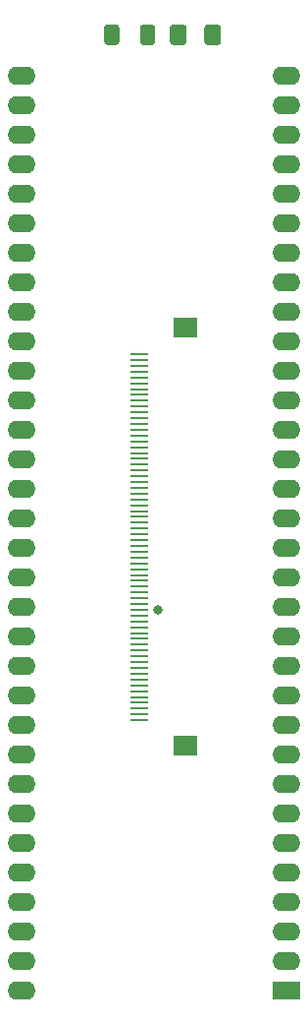
<source format=gts>
%TF.GenerationSoftware,KiCad,Pcbnew,5.1.9+dfsg1-1~bpo10+1*%
%TF.CreationDate,2021-08-08T21:27:29+02:00*%
%TF.ProjectId,flexm68k,666c6578-6d36-4386-9b2e-6b696361645f,0.2*%
%TF.SameCoordinates,Original*%
%TF.FileFunction,Soldermask,Top*%
%TF.FilePolarity,Negative*%
%FSLAX46Y46*%
G04 Gerber Fmt 4.6, Leading zero omitted, Abs format (unit mm)*
G04 Created by KiCad (PCBNEW 5.1.9+dfsg1-1~bpo10+1) date 2021-08-08 21:27:29*
%MOMM*%
%LPD*%
G01*
G04 APERTURE LIST*
%ADD10R,2.400000X1.600000*%
%ADD11O,2.400000X1.600000*%
%ADD12R,1.600000X0.250000*%
%ADD13R,2.000000X1.800000*%
%ADD14C,0.800000*%
G04 APERTURE END LIST*
%TO.C,D1*%
G36*
G01*
X152805000Y-62930000D02*
X152805000Y-64180000D01*
G75*
G02*
X152555000Y-64430000I-250000J0D01*
G01*
X151630000Y-64430000D01*
G75*
G02*
X151380000Y-64180000I0J250000D01*
G01*
X151380000Y-62930000D01*
G75*
G02*
X151630000Y-62680000I250000J0D01*
G01*
X152555000Y-62680000D01*
G75*
G02*
X152805000Y-62930000I0J-250000D01*
G01*
G37*
G36*
G01*
X155780000Y-62930000D02*
X155780000Y-64180000D01*
G75*
G02*
X155530000Y-64430000I-250000J0D01*
G01*
X154605000Y-64430000D01*
G75*
G02*
X154355000Y-64180000I0J250000D01*
G01*
X154355000Y-62930000D01*
G75*
G02*
X154605000Y-62680000I250000J0D01*
G01*
X155530000Y-62680000D01*
G75*
G02*
X155780000Y-62930000I0J-250000D01*
G01*
G37*
%TD*%
%TO.C,R1*%
G36*
G01*
X148800000Y-64175000D02*
X148800000Y-62925000D01*
G75*
G02*
X149050000Y-62675000I250000J0D01*
G01*
X149850000Y-62675000D01*
G75*
G02*
X150100000Y-62925000I0J-250000D01*
G01*
X150100000Y-64175000D01*
G75*
G02*
X149850000Y-64425000I-250000J0D01*
G01*
X149050000Y-64425000D01*
G75*
G02*
X148800000Y-64175000I0J250000D01*
G01*
G37*
G36*
G01*
X145700000Y-64175000D02*
X145700000Y-62925000D01*
G75*
G02*
X145950000Y-62675000I250000J0D01*
G01*
X146750000Y-62675000D01*
G75*
G02*
X147000000Y-62925000I0J-250000D01*
G01*
X147000000Y-64175000D01*
G75*
G02*
X146750000Y-64425000I-250000J0D01*
G01*
X145950000Y-64425000D01*
G75*
G02*
X145700000Y-64175000I0J250000D01*
G01*
G37*
%TD*%
D10*
%TO.C,U1*%
X161400000Y-145800000D03*
D11*
X138540000Y-67060000D03*
X161400000Y-143260000D03*
X138540000Y-69600000D03*
X161400000Y-140720000D03*
X138540000Y-72140000D03*
X161400000Y-138180000D03*
X138540000Y-74680000D03*
X161400000Y-135640000D03*
X138540000Y-77220000D03*
X161400000Y-133100000D03*
X138540000Y-79760000D03*
X161400000Y-130560000D03*
X138540000Y-82300000D03*
X161400000Y-128020000D03*
X138540000Y-84840000D03*
X161400000Y-125480000D03*
X138540000Y-87380000D03*
X161400000Y-122940000D03*
X138540000Y-89920000D03*
X161400000Y-120400000D03*
X138540000Y-92460000D03*
X161400000Y-117860000D03*
X138540000Y-95000000D03*
X161400000Y-115320000D03*
X138540000Y-97540000D03*
X161400000Y-112780000D03*
X138540000Y-100080000D03*
X161400000Y-110240000D03*
X138540000Y-102620000D03*
X161400000Y-107700000D03*
X138540000Y-105160000D03*
X161400000Y-105160000D03*
X138540000Y-107700000D03*
X161400000Y-102620000D03*
X138540000Y-110240000D03*
X161400000Y-100080000D03*
X138540000Y-112780000D03*
X161400000Y-97540000D03*
X138540000Y-115320000D03*
X161400000Y-95000000D03*
X138540000Y-117860000D03*
X161400000Y-92460000D03*
X138540000Y-120400000D03*
X161400000Y-89920000D03*
X138540000Y-122940000D03*
X161400000Y-87380000D03*
X138540000Y-125480000D03*
X161400000Y-84840000D03*
X138540000Y-128020000D03*
X161400000Y-82300000D03*
X138540000Y-130560000D03*
X161400000Y-79760000D03*
X138540000Y-133100000D03*
X161400000Y-77220000D03*
X138540000Y-135640000D03*
X161400000Y-74680000D03*
X138540000Y-138180000D03*
X161400000Y-72140000D03*
X138540000Y-140720000D03*
X161400000Y-69600000D03*
X138540000Y-143260000D03*
X161400000Y-67060000D03*
X138540000Y-145800000D03*
%TD*%
D12*
%TO.C,J1*%
X148700000Y-122550000D03*
X148700000Y-122050000D03*
X148700000Y-121550000D03*
X148700000Y-121050000D03*
X148700000Y-120550000D03*
X148700000Y-120050000D03*
X148700000Y-119550000D03*
X148700000Y-119050000D03*
X148700000Y-118550000D03*
X148700000Y-118050000D03*
X148700000Y-117550000D03*
X148700000Y-117050000D03*
X148700000Y-116550000D03*
X148700000Y-116050000D03*
X148700000Y-115550000D03*
X148700000Y-115050000D03*
X148700000Y-114550000D03*
X148700000Y-114050000D03*
X148700000Y-113550000D03*
X148700000Y-113050000D03*
X148700000Y-112550000D03*
X148700000Y-112050000D03*
X148700000Y-111550000D03*
X148700000Y-111050000D03*
X148700000Y-110550000D03*
X148700000Y-110050000D03*
X148700000Y-109550000D03*
X148700000Y-109050000D03*
X148700000Y-108550000D03*
X148700000Y-108050000D03*
X148700000Y-107550000D03*
X148700000Y-107050000D03*
X148700000Y-106550000D03*
X148700000Y-106050000D03*
X148700000Y-105550000D03*
X148700000Y-105050000D03*
X148700000Y-104550000D03*
X148700000Y-104050000D03*
X148700000Y-103550000D03*
X148700000Y-103050000D03*
X148700000Y-102550000D03*
X148700000Y-102050000D03*
X148700000Y-101550000D03*
X148700000Y-101050000D03*
X148700000Y-100550000D03*
X148700000Y-100050000D03*
X148700000Y-99550000D03*
X148700000Y-99050000D03*
X148700000Y-98550000D03*
X148700000Y-98050000D03*
X148700000Y-97550000D03*
X148700000Y-97050000D03*
X148700000Y-96550000D03*
X148700000Y-96050000D03*
X148700000Y-95550000D03*
X148700000Y-95050000D03*
X148700000Y-94550000D03*
X148700000Y-94050000D03*
X148700000Y-93550000D03*
X148700000Y-93050000D03*
X148700000Y-92550000D03*
X148700000Y-92050000D03*
X148700000Y-91550000D03*
X148700000Y-91050000D03*
D13*
X152750000Y-124750000D03*
X152750000Y-88750000D03*
%TD*%
D14*
X150366400Y-113058700D03*
M02*

</source>
